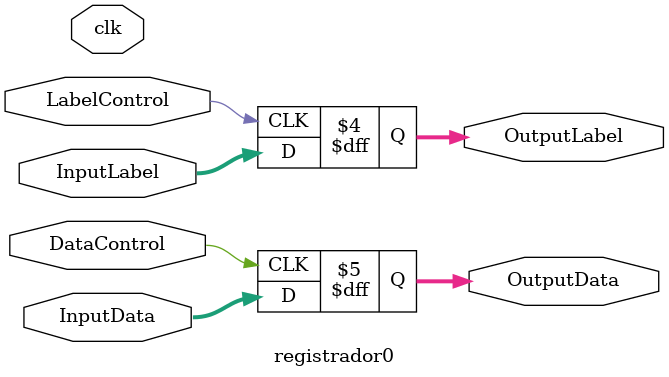
<source format=v>
/**** GUARDA DADOS DENTRO DO REG ****/

module registrador1(clk,InputData,DataControl,InputLabel,LabelControl,OutputLabel,OutputData);
	input [8:0] InputData,InputLabel;
	input DataControl,LabelControl,clk;
	output reg[8:0] OutputLabel,OutputData;
	
	initial begin
		OutputLabel = 9'b111111111;
		OutputData = 9'b000000001;
	end
	always@(posedge DataControl)begin
		if(DataControl) begin
			OutputData = InputData;
		end
	end
	always@(posedge LabelControl)begin
		if(LabelControl) begin
				OutputLabel = InputLabel;
		end
	end
	
endmodule 


module registrador2(clk,InputData,DataControl,InputLabel,LabelControl,OutputLabel,OutputData);
	input [8:0] InputData,InputLabel;
	input DataControl,LabelControl,clk;
	output reg[8:0] OutputLabel,OutputData;
	
	initial begin
		OutputLabel = 9'b111111111;
		OutputData = 9'b000000010;
	end
	always@(posedge DataControl)begin
		if(DataControl) begin
			OutputData = InputData;
		end
	end
	always@(posedge LabelControl)begin
		if(LabelControl) begin
				OutputLabel = InputLabel;
		end
	end
	
endmodule 

module registrador0(clk,InputData,DataControl,InputLabel,LabelControl,OutputLabel,OutputData);
	input [8:0] InputData,InputLabel;
	input DataControl,LabelControl,clk;
	output reg[8:0] OutputLabel,OutputData;
	
	initial begin
		OutputLabel = 9'b111111111;
		OutputData = 9'b000000000;
	end
	always@(posedge DataControl)begin
		if(DataControl) begin
			OutputData = InputData;
		end
	end
	always@(posedge LabelControl)begin
		if(LabelControl) begin
				OutputLabel = InputLabel;
		end
	end
	
endmodule 
</source>
